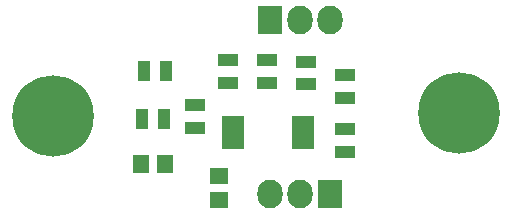
<source format=gts>
G04 #@! TF.FileFunction,Soldermask,Top*
%FSLAX46Y46*%
G04 Gerber Fmt 4.6, Leading zero omitted, Abs format (unit mm)*
G04 Created by KiCad (PCBNEW 4.0.1-stable) date Wednesday, August 10, 2016 'PMt' 06:58:00 PM*
%MOMM*%
G01*
G04 APERTURE LIST*
%ADD10C,0.100000*%
%ADD11R,2.127200X2.432000*%
%ADD12O,2.127200X2.432000*%
%ADD13R,1.700000X1.100000*%
%ADD14R,1.850000X0.850000*%
%ADD15R,1.650000X1.400000*%
%ADD16R,1.400000X1.650000*%
%ADD17C,6.900000*%
%ADD18R,1.100000X1.700000*%
G04 APERTURE END LIST*
D10*
D11*
X187960000Y-85344000D03*
D12*
X190500000Y-85344000D03*
X193040000Y-85344000D03*
D13*
X194310000Y-94620000D03*
X194310000Y-96520000D03*
D14*
X190754000Y-95900000D03*
X190754000Y-95250000D03*
X190754000Y-94600000D03*
X190754000Y-93950000D03*
X184854000Y-93950000D03*
X184854000Y-94600000D03*
X184854000Y-95250000D03*
X184854000Y-95900000D03*
D15*
X183642000Y-98584000D03*
X183642000Y-100584000D03*
D16*
X177070000Y-97536000D03*
X179070000Y-97536000D03*
D11*
X193040000Y-100076000D03*
D12*
X190500000Y-100076000D03*
X187960000Y-100076000D03*
D13*
X194310000Y-90048000D03*
X194310000Y-91948000D03*
D17*
X203962000Y-93280000D03*
X169600000Y-93470000D03*
D13*
X191008000Y-90800000D03*
X191008000Y-88900000D03*
X181610000Y-92588000D03*
X181610000Y-94488000D03*
X187706000Y-88778000D03*
X187706000Y-90678000D03*
X184404000Y-90678000D03*
X184404000Y-88778000D03*
D18*
X179004000Y-93726000D03*
X177104000Y-93726000D03*
X179192000Y-89662000D03*
X177292000Y-89662000D03*
M02*

</source>
